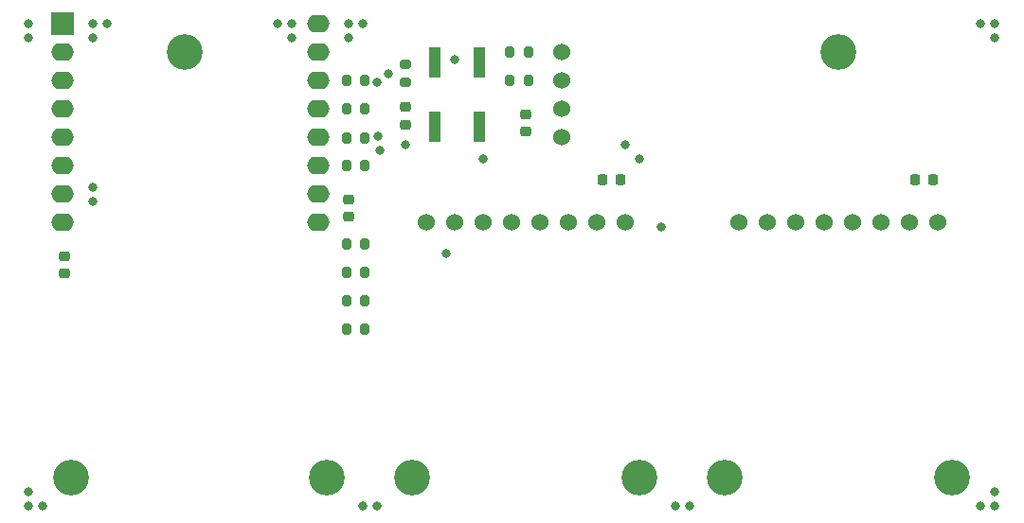
<source format=gbr>
%TF.GenerationSoftware,KiCad,Pcbnew,6.0.10+dfsg-1~bpo11+1*%
%TF.CreationDate,2023-02-01T20:55:54+01:00*%
%TF.ProjectId,double_pt100,646f7562-6c65-45f7-9074-3130302e6b69,rev?*%
%TF.SameCoordinates,Original*%
%TF.FileFunction,Soldermask,Top*%
%TF.FilePolarity,Negative*%
%FSLAX46Y46*%
G04 Gerber Fmt 4.6, Leading zero omitted, Abs format (unit mm)*
G04 Created by KiCad (PCBNEW 6.0.10+dfsg-1~bpo11+1) date 2023-02-01 20:55:54*
%MOMM*%
%LPD*%
G01*
G04 APERTURE LIST*
G04 Aperture macros list*
%AMRoundRect*
0 Rectangle with rounded corners*
0 $1 Rounding radius*
0 $2 $3 $4 $5 $6 $7 $8 $9 X,Y pos of 4 corners*
0 Add a 4 corners polygon primitive as box body*
4,1,4,$2,$3,$4,$5,$6,$7,$8,$9,$2,$3,0*
0 Add four circle primitives for the rounded corners*
1,1,$1+$1,$2,$3*
1,1,$1+$1,$4,$5*
1,1,$1+$1,$6,$7*
1,1,$1+$1,$8,$9*
0 Add four rect primitives between the rounded corners*
20,1,$1+$1,$2,$3,$4,$5,0*
20,1,$1+$1,$4,$5,$6,$7,0*
20,1,$1+$1,$6,$7,$8,$9,0*
20,1,$1+$1,$8,$9,$2,$3,0*%
G04 Aperture macros list end*
%ADD10C,3.200000*%
%ADD11RoundRect,0.200000X-0.200000X-0.275000X0.200000X-0.275000X0.200000X0.275000X-0.200000X0.275000X0*%
%ADD12RoundRect,0.225000X0.225000X0.250000X-0.225000X0.250000X-0.225000X-0.250000X0.225000X-0.250000X0*%
%ADD13RoundRect,0.225000X-0.250000X0.225000X-0.250000X-0.225000X0.250000X-0.225000X0.250000X0.225000X0*%
%ADD14RoundRect,0.200000X-0.275000X0.200000X-0.275000X-0.200000X0.275000X-0.200000X0.275000X0.200000X0*%
%ADD15RoundRect,0.225000X0.250000X-0.225000X0.250000X0.225000X-0.250000X0.225000X-0.250000X-0.225000X0*%
%ADD16R,1.000000X2.800000*%
%ADD17R,2.000000X2.000000*%
%ADD18O,2.000000X1.600000*%
%ADD19C,1.524000*%
%ADD20C,0.800000*%
G04 APERTURE END LIST*
D10*
%TO.C,H8*%
X88900000Y-107950000D03*
%TD*%
%TO.C,H7*%
X147320000Y-107950000D03*
%TD*%
D11*
%TO.C,R11*%
X117920000Y-110490000D03*
X119570000Y-110490000D03*
%TD*%
%TO.C,R6*%
X103315000Y-118077500D03*
X104965000Y-118077500D03*
%TD*%
D12*
%TO.C,C6*%
X155715000Y-119380000D03*
X154165000Y-119380000D03*
%TD*%
D10*
%TO.C,H3*%
X109220000Y-146050000D03*
%TD*%
D13*
%TO.C,C5*%
X119380000Y-113525000D03*
X119380000Y-115075000D03*
%TD*%
D14*
%TO.C,R1*%
X108585000Y-109030000D03*
X108585000Y-110680000D03*
%TD*%
D11*
%TO.C,R2*%
X103315000Y-125095000D03*
X104965000Y-125095000D03*
%TD*%
D10*
%TO.C,H1*%
X78740000Y-146050000D03*
%TD*%
D11*
%TO.C,R10*%
X117920000Y-107950000D03*
X119570000Y-107950000D03*
%TD*%
D10*
%TO.C,H5*%
X137160000Y-146050000D03*
%TD*%
D11*
%TO.C,R4*%
X103315000Y-113030000D03*
X104965000Y-113030000D03*
%TD*%
D15*
%TO.C,C1*%
X103505000Y-122695000D03*
X103505000Y-121145000D03*
%TD*%
D16*
%TO.C,SW1*%
X115210000Y-114660000D03*
X115210000Y-108860000D03*
X111210000Y-114660000D03*
X111210000Y-108860000D03*
%TD*%
D11*
%TO.C,R7*%
X103315000Y-127635000D03*
X104965000Y-127635000D03*
%TD*%
D12*
%TO.C,C2*%
X127775000Y-119380000D03*
X126225000Y-119380000D03*
%TD*%
D11*
%TO.C,R5*%
X103315000Y-115647500D03*
X104965000Y-115647500D03*
%TD*%
%TO.C,R8*%
X103315000Y-130175000D03*
X104965000Y-130175000D03*
%TD*%
D10*
%TO.C,H6*%
X157479999Y-146049999D03*
%TD*%
D11*
%TO.C,R3*%
X103315000Y-110490000D03*
X104965000Y-110490000D03*
%TD*%
D17*
%TO.C,U1*%
X77955000Y-105410000D03*
D18*
X77955000Y-107950000D03*
X77955000Y-110490000D03*
X77955000Y-113030000D03*
X77955000Y-115570000D03*
X77955000Y-118110000D03*
X77955000Y-120650000D03*
X77955000Y-123190000D03*
X100815000Y-123190000D03*
X100815000Y-120650000D03*
X100815000Y-118110000D03*
X100815000Y-115570000D03*
X100815000Y-113030000D03*
X100815000Y-110490000D03*
X100815000Y-107950000D03*
X100815000Y-105410000D03*
%TD*%
D13*
%TO.C,C3*%
X108585000Y-112890000D03*
X108585000Y-114440000D03*
%TD*%
D19*
%TO.C,U4*%
X128270000Y-123190000D03*
X125730000Y-123190000D03*
X123190000Y-123190000D03*
X120650000Y-123190000D03*
X118110000Y-123190000D03*
X115570000Y-123190000D03*
X113030000Y-123190000D03*
X110490000Y-123190000D03*
%TD*%
D11*
%TO.C,R9*%
X103315000Y-132715000D03*
X104965000Y-132715000D03*
%TD*%
D19*
%TO.C,U3*%
X138430000Y-123190000D03*
X140970000Y-123190000D03*
X143510000Y-123190000D03*
X146050000Y-123190000D03*
X148590000Y-123190000D03*
X151130000Y-123190000D03*
X153670000Y-123190000D03*
X156210000Y-123190000D03*
%TD*%
D10*
%TO.C,H2*%
X101600000Y-146050000D03*
%TD*%
D13*
%TO.C,C4*%
X78105000Y-126225000D03*
X78105000Y-127775000D03*
%TD*%
D19*
%TO.C,U2*%
X122555000Y-107950000D03*
X122555000Y-110490000D03*
X122555000Y-113030000D03*
X122555000Y-115570000D03*
%TD*%
D10*
%TO.C,H4*%
X129540000Y-146050000D03*
%TD*%
D20*
X131445000Y-123571000D03*
X106045000Y-110617000D03*
X107061000Y-109855000D03*
X106172000Y-115443000D03*
X112268000Y-125984000D03*
X106299000Y-116713000D03*
X98425000Y-105410000D03*
X97155000Y-105410000D03*
X160020000Y-148590000D03*
X113030000Y-108585000D03*
X80645000Y-105410000D03*
X104775000Y-148590000D03*
X132715000Y-148590000D03*
X115570000Y-117475000D03*
X80645000Y-120015000D03*
X80645000Y-121285000D03*
X128270000Y-116205000D03*
X104775000Y-105410000D03*
X106045000Y-148590000D03*
X161290000Y-147320000D03*
X108585000Y-116205000D03*
X160020000Y-105410000D03*
X81915000Y-105410000D03*
X98425000Y-106680000D03*
X74930000Y-106680000D03*
X74930000Y-147320000D03*
X133985000Y-148590000D03*
X76200000Y-148590000D03*
X103505000Y-105410000D03*
X74930000Y-105410000D03*
X161290000Y-105410000D03*
X80645000Y-106680000D03*
X74930000Y-148590000D03*
X103505000Y-106680000D03*
X161290000Y-106680000D03*
X161290000Y-148590000D03*
X129540000Y-117475000D03*
M02*

</source>
